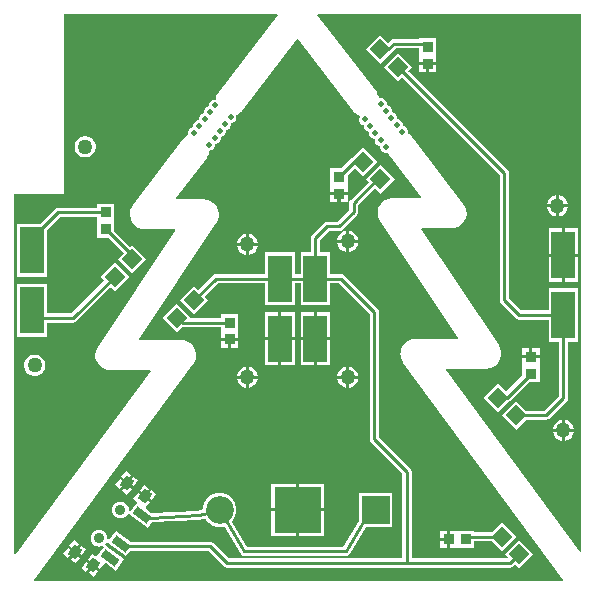
<source format=gtl>
%TF.GenerationSoftware,Altium Limited,Altium Designer,23.1.1 (15)*%
G04 Layer_Physical_Order=1*
G04 Layer_Color=255*
%FSLAX42Y42*%
%MOMM*%
%TF.SameCoordinates,B28E977E-5D45-45F3-9009-D632A0DEB075*%
%TF.FilePolarity,Positive*%
%TF.FileFunction,Copper,L1,Top,Signal*%
%TF.Part,Single*%
G01*
G75*
%TA.AperFunction,SMDPad,CuDef*%
%ADD10R,3.96X3.96*%
G04:AMPARAMS|DCode=11|XSize=0.7mm|YSize=1.5mm|CornerRadius=0mm|HoleSize=0mm|Usage=FLASHONLY|Rotation=233.000|XOffset=0mm|YOffset=0mm|HoleType=Round|Shape=Rectangle|*
%AMROTATEDRECTD11*
4,1,4,-0.39,0.73,0.81,-0.17,0.39,-0.73,-0.81,0.17,-0.39,0.73,0.0*
%
%ADD11ROTATEDRECTD11*%

G04:AMPARAMS|DCode=12|XSize=1mm|YSize=0.8mm|CornerRadius=0mm|HoleSize=0mm|Usage=FLASHONLY|Rotation=233.000|XOffset=0mm|YOffset=0mm|HoleType=Round|Shape=Rectangle|*
%AMROTATEDRECTD12*
4,1,4,-0.02,0.64,0.62,0.16,0.02,-0.64,-0.62,-0.16,-0.02,0.64,0.0*
%
%ADD12ROTATEDRECTD12*%

%ADD13R,0.96X0.94*%
%ADD14R,2.00X4.00*%
%ADD15P,1.70X4X360.0*%
%ADD16P,1.70X4X90.0*%
%ADD17R,0.94X0.96*%
%TA.AperFunction,Conductor*%
%ADD18C,0.25*%
%ADD19C,0.00*%
%TA.AperFunction,ComponentPad*%
%ADD20C,2.35*%
%ADD21R,2.35X2.35*%
%ADD22C,0.90*%
%TA.AperFunction,ViaPad*%
%ADD23C,0.50*%
%ADD24C,1.27*%
G36*
X4800Y251D02*
X4788Y247D01*
X3654Y1786D01*
X3660Y1797D01*
X4010D01*
X4014Y1798D01*
X4017Y1798D01*
X4044Y1805D01*
X4047Y1807D01*
X4050Y1808D01*
X4073Y1822D01*
X4076Y1824D01*
X4079Y1826D01*
X4097Y1846D01*
X4099Y1849D01*
X4102Y1852D01*
X4114Y1876D01*
X4115Y1879D01*
X4117Y1882D01*
X4123Y1909D01*
X4123Y1912D01*
X4123Y1916D01*
X4122Y1943D01*
X4121Y1946D01*
X4121Y1950D01*
X4112Y1975D01*
X4111Y1978D01*
X4109Y1982D01*
X4102Y1993D01*
X3446Y2976D01*
X3452Y2987D01*
X3718D01*
X3721Y2988D01*
X3725Y2988D01*
X3752Y2996D01*
X3755Y2997D01*
X3758Y2999D01*
X3782Y3013D01*
X3785Y3016D01*
X3787Y3018D01*
X3806Y3039D01*
X3808Y3042D01*
X3810Y3044D01*
X3823Y3070D01*
X3824Y3073D01*
X3825Y3076D01*
X3830Y3104D01*
X3830Y3107D01*
X3830Y3111D01*
X3828Y3139D01*
X3827Y3142D01*
X3826Y3146D01*
X3816Y3172D01*
X3814Y3175D01*
X3812Y3178D01*
X3804Y3189D01*
X3804Y3189D01*
X3380Y3747D01*
X3380Y3747D01*
X3370Y3759D01*
X3367Y3762D01*
X3365Y3765D01*
X3339Y3783D01*
X3336Y3784D01*
X3338Y3787D01*
Y3807D01*
X3330Y3826D01*
X3316Y3840D01*
X3297Y3848D01*
X3292D01*
X3292Y3848D01*
Y3868D01*
X3284Y3887D01*
X3270Y3901D01*
X3251Y3909D01*
X3244D01*
Y3927D01*
X3236Y3945D01*
X3222Y3959D01*
X3203Y3967D01*
X3200D01*
Y3985D01*
X3193Y4004D01*
X3179Y4018D01*
X3160Y4025D01*
X3157D01*
Y4043D01*
X3150Y4062D01*
X3135Y4076D01*
X3117Y4084D01*
X3097D01*
X3089Y4094D01*
X3085Y4106D01*
X3084Y4108D01*
X3083Y4110D01*
X3075Y4124D01*
X3074Y4126D01*
X3073Y4128D01*
X3068Y4135D01*
X3068Y4135D01*
X2568Y4789D01*
X2573Y4800D01*
X2675D01*
X4800Y4800D01*
Y251D01*
D02*
G37*
G36*
X2233Y4789D02*
X1733Y4135D01*
X1725Y4124D01*
X1723Y4121D01*
X1721Y4118D01*
X1711Y4094D01*
X1710Y4091D01*
X1709Y4087D01*
X1708Y4075D01*
X1690D01*
X1671Y4068D01*
X1657Y4054D01*
X1650Y4035D01*
Y4017D01*
X1647D01*
X1628Y4009D01*
X1614Y3995D01*
X1606Y3977D01*
Y3959D01*
X1604D01*
X1585Y3951D01*
X1571Y3937D01*
X1563Y3918D01*
Y3900D01*
X1555D01*
X1537Y3892D01*
X1523Y3878D01*
X1515Y3860D01*
Y3840D01*
X1515Y3839D01*
X1510D01*
X1491Y3832D01*
X1477Y3817D01*
X1469Y3799D01*
Y3779D01*
X1472Y3773D01*
X1471Y3773D01*
X1445Y3755D01*
X1443Y3752D01*
X1440Y3749D01*
X1430Y3737D01*
X1430Y3737D01*
X1006Y3179D01*
X998Y3168D01*
X996Y3165D01*
X994Y3162D01*
X984Y3136D01*
X983Y3132D01*
X982Y3129D01*
X980Y3101D01*
X980Y3097D01*
X980Y3094D01*
X985Y3066D01*
X986Y3063D01*
X987Y3060D01*
X1000Y3034D01*
X1002Y3032D01*
X1004Y3029D01*
X1023Y3008D01*
X1025Y3006D01*
X1028Y3003D01*
X1052Y2989D01*
X1055Y2987D01*
X1058Y2986D01*
X1085Y2978D01*
X1089Y2978D01*
X1092Y2977D01*
X1358D01*
X1364Y2966D01*
X708Y1983D01*
X701Y1972D01*
X699Y1968D01*
X698Y1965D01*
X689Y1940D01*
X689Y1936D01*
X688Y1933D01*
X687Y1906D01*
X687Y1902D01*
X687Y1899D01*
X693Y1872D01*
X695Y1869D01*
X696Y1866D01*
X708Y1842D01*
X711Y1839D01*
X713Y1836D01*
X731Y1816D01*
X734Y1814D01*
X737Y1812D01*
X760Y1798D01*
X763Y1797D01*
X766Y1795D01*
X793Y1788D01*
X796Y1788D01*
X800Y1787D01*
X1150D01*
X1156Y1776D01*
X12Y223D01*
X0Y227D01*
Y3274D01*
X400D01*
X410Y3276D01*
X418Y3282D01*
X424Y3290D01*
X426Y3300D01*
Y4800D01*
X2227D01*
X2233Y4789D01*
D02*
G37*
G36*
X2868Y3982D02*
X2877Y3969D01*
X2881Y3966D01*
X2883Y3964D01*
X2909Y3946D01*
X2913Y3944D01*
X2916Y3942D01*
X2917Y3942D01*
X2924Y3927D01*
X2919Y3916D01*
Y3896D01*
X2927Y3878D01*
X2941Y3863D01*
X2960Y3856D01*
X2965D01*
Y3838D01*
X2973Y3819D01*
X2987Y3805D01*
X3005Y3797D01*
X3008D01*
Y3779D01*
X3016Y3761D01*
X3030Y3747D01*
X3049Y3739D01*
X3051D01*
Y3721D01*
X3059Y3702D01*
X3073Y3688D01*
X3092Y3680D01*
X3100D01*
Y3665D01*
X3107Y3646D01*
X3121Y3632D01*
X3140Y3625D01*
X3160D01*
X3165Y3619D01*
X3172Y3604D01*
X3174Y3603D01*
X3174Y3601D01*
X3179Y3594D01*
X3441Y3250D01*
X3435Y3239D01*
X3194D01*
X3191Y3238D01*
X3189D01*
X3169Y3235D01*
X3167Y3234D01*
X3165Y3233D01*
X3146Y3226D01*
X3144Y3224D01*
X3142Y3223D01*
X3125Y3212D01*
X3124Y3210D01*
X3122Y3209D01*
X3108Y3195D01*
X3106Y3193D01*
X3104Y3191D01*
X3093Y3175D01*
X3092Y3172D01*
X3091Y3170D01*
X3084Y3152D01*
X3083Y3150D01*
X3082Y3147D01*
X3078Y3128D01*
Y3125D01*
X3078Y3123D01*
Y3106D01*
X3078Y3104D01*
X3078Y3102D01*
X3080Y3087D01*
X3081Y3085D01*
X3081Y3084D01*
X3085Y3069D01*
X3086Y3068D01*
X3087Y3066D01*
X3093Y3053D01*
X3094Y3051D01*
X3095Y3049D01*
X3099Y3043D01*
X3099Y3043D01*
X3754Y2060D01*
X3748Y2049D01*
X3386D01*
X3384Y2048D01*
X3381D01*
X3362Y2045D01*
X3360Y2044D01*
X3357Y2043D01*
X3339Y2036D01*
X3337Y2034D01*
X3334Y2033D01*
X3318Y2022D01*
X3316Y2020D01*
X3314Y2019D01*
X3300Y2005D01*
X3299Y2003D01*
X3297Y2001D01*
X3286Y1985D01*
X3285Y1982D01*
X3284Y1980D01*
X3276Y1962D01*
X3276Y1960D01*
X3275Y1957D01*
X3271Y1938D01*
Y1935D01*
X3270Y1933D01*
Y1915D01*
X3271Y1913D01*
X3271Y1911D01*
X3273Y1895D01*
X3274Y1893D01*
X3274Y1891D01*
X3279Y1876D01*
X3280Y1874D01*
X3281Y1872D01*
X3288Y1858D01*
X3289Y1857D01*
X3290Y1855D01*
X3295Y1848D01*
X4648Y11D01*
X4643Y0D01*
X175D01*
X169Y11D01*
X1515Y1838D01*
X1520Y1845D01*
X1521Y1847D01*
X1522Y1848D01*
X1529Y1862D01*
X1530Y1864D01*
X1531Y1866D01*
X1536Y1881D01*
X1536Y1883D01*
X1537Y1885D01*
X1539Y1901D01*
X1539Y1903D01*
X1540Y1905D01*
Y1923D01*
X1539Y1925D01*
Y1928D01*
X1535Y1947D01*
X1534Y1950D01*
X1534Y1952D01*
X1526Y1970D01*
X1525Y1972D01*
X1524Y1975D01*
X1513Y1991D01*
X1511Y1993D01*
X1510Y1995D01*
X1496Y2009D01*
X1494Y2010D01*
X1492Y2012D01*
X1476Y2023D01*
X1473Y2024D01*
X1471Y2026D01*
X1453Y2033D01*
X1450Y2034D01*
X1448Y2035D01*
X1429Y2038D01*
X1426D01*
X1424Y2039D01*
X1062D01*
X1056Y2050D01*
X1711Y3033D01*
X1711Y3033D01*
X1715Y3039D01*
X1716Y3041D01*
X1717Y3043D01*
X1723Y3056D01*
X1724Y3058D01*
X1725Y3059D01*
X1729Y3074D01*
X1729Y3075D01*
X1730Y3077D01*
X1732Y3092D01*
X1732Y3094D01*
X1732Y3096D01*
Y3113D01*
X1732Y3115D01*
Y3118D01*
X1728Y3137D01*
X1727Y3140D01*
X1726Y3142D01*
X1719Y3160D01*
X1718Y3162D01*
X1717Y3165D01*
X1706Y3181D01*
X1704Y3183D01*
X1702Y3185D01*
X1688Y3199D01*
X1686Y3200D01*
X1685Y3202D01*
X1668Y3213D01*
X1666Y3214D01*
X1664Y3216D01*
X1645Y3223D01*
X1643Y3224D01*
X1641Y3225D01*
X1621Y3228D01*
X1619D01*
X1616Y3229D01*
X1375D01*
X1369Y3240D01*
X1631Y3584D01*
X1636Y3591D01*
X1636Y3593D01*
X1638Y3594D01*
X1645Y3609D01*
X1646Y3611D01*
X1647Y3613D01*
X1652Y3628D01*
X1653Y3630D01*
X1653Y3632D01*
X1655Y3644D01*
X1662D01*
X1680Y3651D01*
X1694Y3666D01*
X1702Y3684D01*
Y3700D01*
X1710D01*
X1729Y3707D01*
X1743Y3721D01*
X1750Y3740D01*
Y3758D01*
X1753D01*
X1772Y3766D01*
X1786Y3780D01*
X1794Y3798D01*
Y3816D01*
X1796D01*
X1815Y3824D01*
X1829Y3838D01*
X1837Y3857D01*
Y3875D01*
X1842D01*
X1861Y3883D01*
X1875Y3897D01*
X1882Y3915D01*
Y3935D01*
X1880Y3941D01*
X1893Y3947D01*
X1896Y3949D01*
X1899Y3950D01*
X1920Y3966D01*
X1922Y3969D01*
X1925Y3971D01*
X1933Y3982D01*
X1933Y3982D01*
X2394Y4585D01*
X2407D01*
X2868Y3982D01*
D02*
G37*
%LPC*%
G36*
X3100Y4621D02*
X2979Y4500D01*
X3100Y4379D01*
X3191Y4470D01*
X3194Y4473D01*
X3232Y4510D01*
X3426D01*
Y4449D01*
Y4391D01*
X3500D01*
X3574D01*
Y4449D01*
Y4594D01*
X3426D01*
Y4588D01*
X3216D01*
X3201Y4585D01*
X3189Y4577D01*
X3166Y4554D01*
X3100Y4621D01*
D02*
G37*
G36*
X3574Y4366D02*
X3513D01*
Y4306D01*
X3574D01*
Y4366D01*
D02*
G37*
G36*
X3487D02*
X3426D01*
Y4306D01*
X3487D01*
Y4366D01*
D02*
G37*
G36*
X4613Y3264D02*
Y3188D01*
X4689D01*
X4683Y3209D01*
X4671Y3230D01*
X4655Y3246D01*
X4634Y3258D01*
X4613Y3264D01*
D02*
G37*
G36*
X4587D02*
X4566Y3258D01*
X4545Y3246D01*
X4529Y3230D01*
X4517Y3209D01*
X4511Y3188D01*
X4587D01*
Y3264D01*
D02*
G37*
G36*
X4689Y3162D02*
X4613D01*
Y3086D01*
X4634Y3092D01*
X4655Y3104D01*
X4671Y3120D01*
X4683Y3141D01*
X4689Y3162D01*
D02*
G37*
G36*
X4587D02*
X4511D01*
X4517Y3141D01*
X4529Y3120D01*
X4545Y3104D01*
X4566Y3092D01*
X4587Y3086D01*
Y3162D01*
D02*
G37*
G36*
X4775Y2983D02*
X4663D01*
Y2771D01*
X4775D01*
Y2983D01*
D02*
G37*
G36*
X4637D02*
X4525D01*
Y2771D01*
X4637D01*
Y2983D01*
D02*
G37*
G36*
X4775Y2745D02*
X4663D01*
Y2533D01*
X4775D01*
Y2745D01*
D02*
G37*
G36*
X4637D02*
X4525D01*
Y2533D01*
X4637D01*
Y2745D01*
D02*
G37*
G36*
X4449Y1969D02*
X4388D01*
Y1909D01*
X4449D01*
Y1969D01*
D02*
G37*
G36*
X4362D02*
X4301D01*
Y1909D01*
X4362D01*
Y1969D01*
D02*
G37*
G36*
X4449Y1884D02*
X4375D01*
X4301D01*
Y1824D01*
Y1736D01*
X4168Y1603D01*
X4100Y1671D01*
X3979Y1550D01*
X4100Y1429D01*
X4185Y1514D01*
X4185Y1514D01*
X4198Y1523D01*
X4356Y1681D01*
X4449D01*
Y1824D01*
Y1884D01*
D02*
G37*
G36*
X3248Y4472D02*
X3128Y4352D01*
X3248Y4231D01*
X3281Y4264D01*
X4111Y3434D01*
Y2375D01*
X4114Y2360D01*
X4123Y2348D01*
X4248Y2223D01*
X4260Y2214D01*
X4275Y2211D01*
X4525D01*
Y2025D01*
X4611D01*
Y1566D01*
X4485Y1440D01*
X4330D01*
X4248Y1522D01*
X4128Y1402D01*
X4248Y1281D01*
X4330Y1363D01*
X4502D01*
X4516Y1366D01*
X4529Y1374D01*
X4677Y1523D01*
X4686Y1535D01*
X4689Y1550D01*
Y2025D01*
X4775D01*
Y2475D01*
X4525D01*
Y2289D01*
X4291D01*
X4189Y2391D01*
Y3450D01*
X4186Y3465D01*
X4177Y3477D01*
X3336Y4319D01*
X3369Y4352D01*
X3248Y4472D01*
D02*
G37*
G36*
X4663Y1364D02*
Y1288D01*
X4739D01*
X4733Y1309D01*
X4721Y1330D01*
X4705Y1346D01*
X4684Y1358D01*
X4663Y1364D01*
D02*
G37*
G36*
X4637D02*
X4616Y1358D01*
X4595Y1346D01*
X4579Y1330D01*
X4567Y1309D01*
X4561Y1288D01*
X4637D01*
Y1364D01*
D02*
G37*
G36*
X4739Y1262D02*
X4663D01*
Y1186D01*
X4684Y1192D01*
X4705Y1204D01*
X4721Y1220D01*
X4733Y1241D01*
X4739Y1262D01*
D02*
G37*
G36*
X4637D02*
X4561D01*
X4567Y1241D01*
X4579Y1220D01*
X4595Y1204D01*
X4616Y1192D01*
X4637Y1186D01*
Y1262D01*
D02*
G37*
G36*
X612Y3764D02*
X588D01*
X566Y3758D01*
X545Y3746D01*
X529Y3730D01*
X517Y3709D01*
X511Y3687D01*
Y3663D01*
X517Y3641D01*
X529Y3620D01*
X545Y3604D01*
X566Y3592D01*
X588Y3586D01*
X612D01*
X634Y3592D01*
X655Y3604D01*
X671Y3620D01*
X683Y3641D01*
X689Y3663D01*
Y3687D01*
X683Y3709D01*
X671Y3730D01*
X655Y3746D01*
X634Y3758D01*
X612Y3764D01*
D02*
G37*
G36*
X849Y3194D02*
X701D01*
Y3160D01*
X372D01*
X357Y3157D01*
X344Y3149D01*
X220Y3025D01*
X25D01*
Y2575D01*
X275D01*
Y2970D01*
X388Y3083D01*
X701D01*
Y3049D01*
Y2906D01*
X794D01*
X927Y2773D01*
X878Y2724D01*
X999Y2603D01*
X1120Y2724D01*
X999Y2845D01*
X982Y2828D01*
X849Y2961D01*
Y3049D01*
Y3194D01*
D02*
G37*
G36*
X851Y2697D02*
X730Y2576D01*
X763Y2543D01*
X484Y2264D01*
X275D01*
Y2517D01*
X25D01*
Y2067D01*
X275D01*
Y2186D01*
X500D01*
X515Y2189D01*
X527Y2198D01*
X818Y2488D01*
X851Y2455D01*
X972Y2576D01*
X851Y2697D01*
D02*
G37*
G36*
X187Y1914D02*
X163D01*
X141Y1908D01*
X120Y1896D01*
X104Y1880D01*
X92Y1859D01*
X86Y1837D01*
Y1813D01*
X92Y1791D01*
X104Y1770D01*
X120Y1754D01*
X141Y1742D01*
X163Y1736D01*
X187D01*
X209Y1742D01*
X230Y1754D01*
X246Y1770D01*
X258Y1791D01*
X264Y1813D01*
Y1837D01*
X258Y1859D01*
X246Y1880D01*
X230Y1896D01*
X209Y1908D01*
X187Y1914D01*
D02*
G37*
G36*
X2952Y3669D02*
X2867Y3585D01*
X2863Y3584D01*
X2851Y3576D01*
X2769Y3494D01*
X2676D01*
Y3349D01*
Y3291D01*
X2750D01*
X2824D01*
Y3349D01*
Y3439D01*
X2882Y3497D01*
X2952Y3428D01*
X3072Y3548D01*
X2952Y3669D01*
D02*
G37*
G36*
X3100Y3521D02*
X2979Y3400D01*
X3000Y3380D01*
X2848Y3227D01*
X2839Y3215D01*
X2836Y3200D01*
Y3141D01*
X2734Y3039D01*
X2650D01*
X2635Y3036D01*
X2623Y3027D01*
X2523Y2927D01*
X2514Y2915D01*
X2511Y2900D01*
Y2783D01*
X2425D01*
Y2597D01*
X2375D01*
Y2783D01*
X2125D01*
Y2597D01*
X1708D01*
X1693Y2594D01*
X1681Y2585D01*
X1557Y2462D01*
X1524Y2495D01*
X1403Y2374D01*
X1524Y2253D01*
X1645Y2374D01*
X1612Y2407D01*
X1724Y2519D01*
X2125D01*
Y2333D01*
X2375D01*
Y2519D01*
X2425D01*
Y2333D01*
X2675D01*
Y2519D01*
X2751D01*
X3011Y2259D01*
Y1200D01*
X3014Y1185D01*
X3023Y1173D01*
X3286Y909D01*
Y189D01*
X1816D01*
X1687Y318D01*
X1674Y327D01*
X1659Y330D01*
X985D01*
X861Y424D01*
X801Y345D01*
X789Y350D01*
X790Y361D01*
X788Y379D01*
X781Y396D01*
X769Y411D01*
X754Y422D01*
X737Y429D01*
X719Y431D01*
X700Y429D01*
X683Y422D01*
X669Y410D01*
X658Y395D01*
X651Y378D01*
X648Y360D01*
X651Y341D01*
X658Y324D01*
X670Y310D01*
X684Y299D01*
X702Y292D01*
X720Y289D01*
X738Y292D01*
X749Y296D01*
X757Y286D01*
X703Y214D01*
X698Y207D01*
X686Y211D01*
X660Y230D01*
X623Y180D01*
X675Y141D01*
X727Y101D01*
X760Y145D01*
X776Y148D01*
X858Y87D01*
X931Y183D01*
X776Y299D01*
X771Y308D01*
X773Y315D01*
X778Y321D01*
X791Y323D01*
X794Y323D01*
X948Y206D01*
X983Y252D01*
X1643D01*
X1773Y123D01*
X1785Y114D01*
X1800Y111D01*
X4198D01*
X4213Y114D01*
X4226Y123D01*
X4241Y138D01*
X4274Y105D01*
X4395Y226D01*
X4274Y347D01*
X4153Y226D01*
X4178Y202D01*
X4172Y189D01*
X3364D01*
Y925D01*
X3361Y940D01*
X3352Y952D01*
X3089Y1216D01*
Y2275D01*
X3086Y2290D01*
X3077Y2302D01*
X2794Y2585D01*
X2782Y2594D01*
X2767Y2597D01*
X2675D01*
Y2783D01*
X2589D01*
Y2884D01*
X2666Y2961D01*
X2750D01*
X2765Y2964D01*
X2777Y2973D01*
X2902Y3098D01*
X2911Y3110D01*
X2914Y3125D01*
Y3184D01*
X3055Y3325D01*
X3100Y3279D01*
X3221Y3400D01*
X3100Y3521D01*
D02*
G37*
G36*
X2824Y3266D02*
X2763D01*
Y3206D01*
X2824D01*
Y3266D01*
D02*
G37*
G36*
X2737D02*
X2676D01*
Y3206D01*
X2737D01*
Y3266D01*
D02*
G37*
G36*
X2838Y2964D02*
Y2888D01*
X2914D01*
X2908Y2909D01*
X2896Y2930D01*
X2880Y2946D01*
X2859Y2958D01*
X2838Y2964D01*
D02*
G37*
G36*
X2812D02*
X2791Y2958D01*
X2770Y2946D01*
X2754Y2930D01*
X2742Y2909D01*
X2736Y2888D01*
X2812D01*
Y2964D01*
D02*
G37*
G36*
X1988Y2939D02*
Y2863D01*
X2064D01*
X2058Y2884D01*
X2046Y2905D01*
X2030Y2921D01*
X2009Y2933D01*
X1988Y2939D01*
D02*
G37*
G36*
X1962D02*
X1941Y2933D01*
X1920Y2921D01*
X1904Y2905D01*
X1892Y2884D01*
X1886Y2863D01*
X1962D01*
Y2939D01*
D02*
G37*
G36*
X2914Y2862D02*
X2838D01*
Y2786D01*
X2859Y2792D01*
X2880Y2804D01*
X2896Y2820D01*
X2908Y2841D01*
X2914Y2862D01*
D02*
G37*
G36*
X2812D02*
X2736D01*
X2742Y2841D01*
X2754Y2820D01*
X2770Y2804D01*
X2791Y2792D01*
X2812Y2786D01*
Y2862D01*
D02*
G37*
G36*
X2064Y2837D02*
X1988D01*
Y2761D01*
X2009Y2767D01*
X2030Y2779D01*
X2046Y2795D01*
X2058Y2816D01*
X2064Y2837D01*
D02*
G37*
G36*
X1962D02*
X1886D01*
X1892Y2816D01*
X1904Y2795D01*
X1920Y2779D01*
X1941Y2767D01*
X1962Y2761D01*
Y2837D01*
D02*
G37*
G36*
X2375Y2275D02*
X2263D01*
Y2063D01*
X2375D01*
Y2275D01*
D02*
G37*
G36*
X2237D02*
X2125D01*
Y2063D01*
X2237D01*
Y2275D01*
D02*
G37*
G36*
X2675D02*
X2563D01*
Y2063D01*
X2675D01*
Y2275D01*
D02*
G37*
G36*
X2537D02*
X2425D01*
Y2063D01*
X2537D01*
Y2275D01*
D02*
G37*
G36*
X1376Y2347D02*
X1255Y2226D01*
X1376Y2105D01*
X1420Y2150D01*
X1422Y2149D01*
X1424Y2149D01*
X1429Y2148D01*
X1750D01*
Y2115D01*
Y2057D01*
X1824D01*
X1897D01*
Y2115D01*
Y2259D01*
X1750D01*
Y2226D01*
X1496D01*
X1376Y2347D01*
D02*
G37*
G36*
X1897Y2032D02*
X1836D01*
Y1972D01*
X1897D01*
Y2032D01*
D02*
G37*
G36*
X1811D02*
X1750D01*
Y1972D01*
X1811D01*
Y2032D01*
D02*
G37*
G36*
X2675Y2037D02*
X2563D01*
Y1825D01*
X2675D01*
Y2037D01*
D02*
G37*
G36*
X2537D02*
X2425D01*
Y1825D01*
X2537D01*
Y2037D01*
D02*
G37*
G36*
X2375Y2037D02*
X2263D01*
Y1825D01*
X2375D01*
Y2037D01*
D02*
G37*
G36*
X2237D02*
X2125D01*
Y1825D01*
X2237D01*
Y2037D01*
D02*
G37*
G36*
X2838Y1814D02*
Y1738D01*
X2914D01*
X2908Y1759D01*
X2896Y1780D01*
X2880Y1796D01*
X2859Y1808D01*
X2838Y1814D01*
D02*
G37*
G36*
X2812D02*
X2791Y1808D01*
X2770Y1796D01*
X2754Y1780D01*
X2742Y1759D01*
X2736Y1738D01*
X2812D01*
Y1814D01*
D02*
G37*
G36*
X1988D02*
Y1738D01*
X2064D01*
X2058Y1759D01*
X2046Y1780D01*
X2030Y1796D01*
X2009Y1808D01*
X1988Y1814D01*
D02*
G37*
G36*
X1962D02*
X1941Y1808D01*
X1920Y1796D01*
X1904Y1780D01*
X1892Y1759D01*
X1886Y1738D01*
X1962D01*
Y1814D01*
D02*
G37*
G36*
X2914Y1712D02*
X2838D01*
Y1636D01*
X2859Y1642D01*
X2880Y1654D01*
X2896Y1670D01*
X2908Y1691D01*
X2914Y1712D01*
D02*
G37*
G36*
X2812D02*
X2736D01*
X2742Y1691D01*
X2754Y1670D01*
X2770Y1654D01*
X2791Y1642D01*
X2812Y1636D01*
Y1712D01*
D02*
G37*
G36*
X2064D02*
X1988D01*
Y1636D01*
X2009Y1642D01*
X2030Y1654D01*
X2046Y1670D01*
X2058Y1691D01*
X2064Y1712D01*
D02*
G37*
G36*
X1962D02*
X1886D01*
X1892Y1691D01*
X1904Y1670D01*
X1920Y1654D01*
X1941Y1642D01*
X1962Y1636D01*
Y1712D01*
D02*
G37*
G36*
X945Y929D02*
X908Y879D01*
X950Y848D01*
X988Y898D01*
X945Y929D01*
D02*
G37*
G36*
X1008Y882D02*
X970Y832D01*
X1012Y801D01*
X1050Y851D01*
X1008Y882D01*
D02*
G37*
G36*
X892Y859D02*
X855Y809D01*
X897Y777D01*
X935Y827D01*
X892Y859D01*
D02*
G37*
G36*
X1100Y813D02*
X1062Y763D01*
X1104Y731D01*
X1142Y781D01*
X1100Y813D01*
D02*
G37*
G36*
X955Y812D02*
X917Y762D01*
X959Y730D01*
X997Y780D01*
X955Y812D01*
D02*
G37*
G36*
X1162Y766D02*
X1124Y716D01*
X1166Y684D01*
X1204Y734D01*
X1162Y766D01*
D02*
G37*
G36*
X2623Y823D02*
X2413D01*
Y613D01*
X2623D01*
Y823D01*
D02*
G37*
G36*
X2387D02*
X2177D01*
Y613D01*
X2387D01*
Y823D01*
D02*
G37*
G36*
X4126Y495D02*
X4044Y413D01*
X3894D01*
Y424D01*
X3691D01*
Y350D01*
Y276D01*
X3894D01*
Y335D01*
X4044D01*
X4126Y253D01*
X4247Y374D01*
X4126Y495D01*
D02*
G37*
G36*
X2623Y587D02*
X2413D01*
Y377D01*
X2623D01*
Y587D01*
D02*
G37*
G36*
X2387D02*
X2177D01*
Y377D01*
X2387D01*
Y587D01*
D02*
G37*
G36*
X3666Y424D02*
X3606D01*
Y363D01*
X3666D01*
Y424D01*
D02*
G37*
G36*
X3203Y743D02*
X2918D01*
Y507D01*
X2788Y289D01*
X1972D01*
X1844Y502D01*
X1854Y512D01*
X1873Y545D01*
X1882Y581D01*
Y619D01*
X1873Y655D01*
X1854Y688D01*
X1827Y714D01*
X1795Y733D01*
X1758Y743D01*
X1721D01*
X1684Y733D01*
X1652Y714D01*
X1625Y688D01*
X1606Y655D01*
X1597Y619D01*
Y605D01*
X1557Y595D01*
X1159Y574D01*
X1120Y604D01*
X1113Y614D01*
X1118Y621D01*
X1151Y664D01*
X1099Y703D01*
X1047Y743D01*
X1009Y693D01*
X1035Y673D01*
X1036Y656D01*
X982Y585D01*
X970Y590D01*
X971Y601D01*
X968Y619D01*
X961Y636D01*
X950Y651D01*
X935Y662D01*
X918Y669D01*
X899Y671D01*
X881Y668D01*
X864Y661D01*
X849Y650D01*
X838Y635D01*
X831Y618D01*
X829Y599D01*
X832Y581D01*
X839Y564D01*
X850Y549D01*
X865Y538D01*
X882Y531D01*
X901Y529D01*
X919Y532D01*
X936Y539D01*
X951Y550D01*
X958Y561D01*
X972Y563D01*
X974Y562D01*
X1129Y446D01*
X1167Y497D01*
X1564Y517D01*
X1568Y518D01*
X1572Y518D01*
X1615Y529D01*
X1625Y512D01*
X1652Y486D01*
X1684Y467D01*
X1721Y457D01*
X1758D01*
X1777Y462D01*
X1917Y230D01*
X1920Y226D01*
X1923Y223D01*
X1925Y221D01*
X1927Y219D01*
X1931Y217D01*
X1935Y214D01*
X1938Y214D01*
X1941Y212D01*
X1945Y212D01*
X1950Y211D01*
X2810D01*
X2814Y212D01*
X2819Y212D01*
X2822Y214D01*
X2825Y214D01*
X2829Y217D01*
X2833Y219D01*
X2835Y221D01*
X2837Y223D01*
X2840Y227D01*
X2843Y230D01*
X2978Y457D01*
X3203D01*
Y743D01*
D02*
G37*
G36*
X3666Y337D02*
X3606D01*
Y276D01*
X3666D01*
Y337D01*
D02*
G37*
G36*
X506Y346D02*
X468Y296D01*
X510Y265D01*
X548Y315D01*
X506Y346D01*
D02*
G37*
G36*
X569Y299D02*
X531Y249D01*
X573Y218D01*
X611Y268D01*
X569Y299D01*
D02*
G37*
G36*
X453Y276D02*
X415Y226D01*
X457Y194D01*
X495Y244D01*
X453Y276D01*
D02*
G37*
G36*
X515Y229D02*
X478Y179D01*
X520Y147D01*
X558Y197D01*
X515Y229D01*
D02*
G37*
G36*
X607Y160D02*
X570Y110D01*
X612Y78D01*
X649Y128D01*
X607Y160D01*
D02*
G37*
G36*
X670Y113D02*
X632Y63D01*
X674Y31D01*
X712Y81D01*
X670Y113D01*
D02*
G37*
%LPD*%
D10*
X2400Y600D02*
D03*
D11*
X904Y315D02*
D03*
X814Y195D02*
D03*
X1085Y555D02*
D03*
D12*
X1106Y714D02*
D03*
X667Y131D02*
D03*
X952Y830D02*
D03*
X513Y247D02*
D03*
D13*
X4375Y1897D02*
D03*
Y1753D02*
D03*
X2750Y3422D02*
D03*
Y3278D02*
D03*
X1824Y2187D02*
D03*
Y2044D02*
D03*
X775Y2978D02*
D03*
Y3122D02*
D03*
X3500Y4522D02*
D03*
Y4378D02*
D03*
D14*
X2550Y2050D02*
D03*
Y2558D02*
D03*
X2250Y2050D02*
D03*
Y2558D02*
D03*
X4650Y2758D02*
D03*
Y2250D02*
D03*
X150Y2292D02*
D03*
Y2800D02*
D03*
D15*
X3248Y4352D02*
D03*
X3100Y4500D02*
D03*
Y3400D02*
D03*
X2952Y3548D02*
D03*
X4274Y226D02*
D03*
X4126Y374D02*
D03*
X4248Y1402D02*
D03*
X4100Y1550D02*
D03*
D16*
X1524Y2374D02*
D03*
X1376Y2226D02*
D03*
X851Y2576D02*
D03*
X999Y2724D02*
D03*
D17*
X3822Y350D02*
D03*
X3678D02*
D03*
D18*
X1950Y250D02*
X2810D01*
X2956Y495D02*
X3060Y600D01*
X2810Y250D02*
X2956Y495D01*
X1740Y600D02*
X1950Y250D01*
X1085Y555D02*
X1148Y535D01*
X1562Y556D01*
X1740Y600D01*
X3075Y3400D02*
X3100D01*
X2875Y3200D02*
X3075Y3400D01*
X2875Y3125D02*
Y3200D01*
X2750Y3000D02*
X2875Y3125D01*
X2650Y3000D02*
X2750D01*
X2550Y2900D02*
X2650Y3000D01*
X2550Y2558D02*
Y2900D01*
X2878Y3548D02*
X2952D01*
X2751Y3422D02*
X2878Y3548D01*
X2750Y3422D02*
X2751D01*
X1414Y2197D02*
X1422Y2188D01*
X1429Y2187D02*
X1824D01*
X1390Y2226D02*
X1429Y2187D01*
X1376Y2226D02*
X1390D01*
X1524Y2374D02*
X1708Y2558D01*
X2250D01*
X1524Y2374D02*
X1524D01*
X2250Y2558D02*
X2550D01*
X2767D01*
X3050Y2275D01*
Y1200D02*
Y2275D01*
Y1200D02*
X3325Y925D01*
Y150D02*
Y925D01*
X3846Y374D02*
X4126D01*
X3325Y150D02*
X4198D01*
X1800D02*
X3325D01*
X4198D02*
X4274Y226D01*
X4274D01*
X928Y291D02*
X1659D01*
X1800Y150D01*
X904Y315D02*
X928Y291D01*
X4133Y1550D02*
X4170D01*
X4374Y1753D01*
X4375D01*
X4248Y1402D02*
X4502D01*
X4650Y1550D02*
Y2250D01*
X4502Y1402D02*
X4650Y1550D01*
X4275Y2250D02*
X4650D01*
X4150Y2375D02*
X4275Y2250D01*
X4150Y2375D02*
Y3450D01*
X3248Y4352D02*
Y4352D01*
Y4352D02*
X4150Y3450D01*
X3167Y4500D02*
X3216Y4549D01*
X3472D01*
X3100Y4500D02*
X3167D01*
X3472Y4549D02*
X3500Y4522D01*
X150Y2292D02*
X217Y2225D01*
X500D01*
X851Y2576D01*
X776Y2978D02*
X999Y2756D01*
X775Y2978D02*
X776D01*
X372Y3122D02*
X775D01*
X150Y2900D02*
X372Y3122D01*
X150Y2800D02*
Y2900D01*
D19*
X1408Y2192D02*
X1417Y2183D01*
X1417Y2183D01*
X4274Y226D02*
X4274D01*
X3822Y350D02*
X3846Y374D01*
X999Y2724D02*
Y2756D01*
D20*
X1740Y600D02*
D03*
D21*
X3060D02*
D03*
D22*
X900D02*
D03*
X719Y360D02*
D03*
D23*
X3287Y3797D02*
D03*
X3241Y3858D02*
D03*
X3193Y3917D02*
D03*
X3150Y3975D02*
D03*
X3107Y4033D02*
D03*
X1832Y3925D02*
D03*
X1786Y3867D02*
D03*
X1743Y3808D02*
D03*
X1700Y3750D02*
D03*
X1652Y3694D02*
D03*
X2970Y3906D02*
D03*
X3015Y3848D02*
D03*
X3059Y3789D02*
D03*
X3102Y3731D02*
D03*
X3150Y3675D02*
D03*
X1520Y3789D02*
D03*
X1565Y3850D02*
D03*
X1614Y3908D02*
D03*
X1657Y3967D02*
D03*
X1700Y4025D02*
D03*
D24*
X2825Y1725D02*
D03*
Y2875D02*
D03*
X1975Y1725D02*
D03*
Y2850D02*
D03*
X600Y3675D02*
D03*
X175Y1825D02*
D03*
X4650Y1275D02*
D03*
X4600Y3175D02*
D03*
%TF.MD5,7c28f875eddbda7f31155c9384f20de7*%
M02*

</source>
